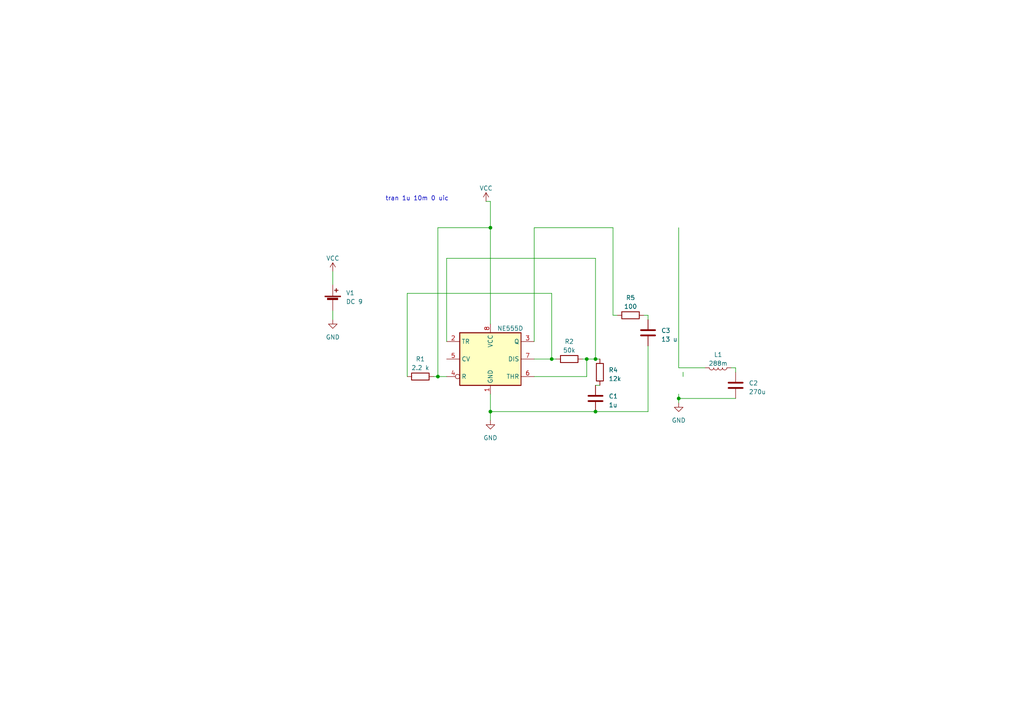
<source format=kicad_sch>
(kicad_sch (version 20230121) (generator eeschema)
  (paper "A4")
  (lib_symbols
    (symbol "Device:Battery_Cell" (pin_numbers hide) (pin_names (offset 0) hide)
      (property "Reference" "BT" (at 2.54 2.54 0))
      (property "Value" "Battery_Cell" (at 2.54 0 0))
      (symbol "Battery_Cell_0_1"
        (rectangle (start -2.286 1.778) (end 2.286 1.524) (fill (type outline)))
        (rectangle (start -1.5748 1.1938) (end 1.4732 0.6858) (fill (type outline)))
        (polyline (pts (xy 0 0.762) (xy 0 0)))
        (polyline (pts (xy 0 1.778) (xy 0 2.54)))
        (polyline (pts (xy 0.508 3.429) (xy 1.524 3.429)) (stroke (width 0.254)))
        (polyline (pts (xy 1.016 3.937) (xy 1.016 2.921)) (stroke (width 0.254)))
      )
      (symbol "Battery_Cell_1_1"
        (pin passive line (at 0 5.08 270) (length 2.54) (name "+") (number "1"))
        (pin passive line (at 0 -2.54 90) (length 2.54) (name "-") (number "2"))
      )
    )
    (symbol "Device:C" (pin_numbers hide) (pin_names (offset 0.254))
      (property "Reference" "C" (at 0.635 2.54 0))
      (property "Value" "C" (at 0.635 -2.54 0))
      (symbol "C_0_1"
        (polyline (pts (xy -2.032 -0.762) (xy 2.032 -0.762)) (stroke (width 0.508)))
        (polyline (pts (xy -2.032 0.762) (xy 2.032 0.762)) (stroke (width 0.508)))
      )
      (symbol "C_1_1"
        (pin passive line (at 0 3.81 270) (length 2.794) (name "~") (number "1"))
        (pin passive line (at 0 -3.81 90) (length 2.794) (name "~") (number "2"))
      )
    )
    (symbol "Device:L" (pin_numbers hide) (pin_names (offset 1.016) hide)
      (property "Reference" "L" (at -1.27 0 90))
      (property "Value" "L" (at 1.905 0 90))
      (symbol "L_0_1"
        (arc (start 0 -2.54) (mid 0.6323 -1.905) (end 0 -1.27))
        (arc (start 0 -1.27) (mid 0.6323 -0.635) (end 0 0))
        (arc (start 0 0) (mid 0.6323 0.635) (end 0 1.27))
        (arc (start 0 1.27) (mid 0.6323 1.905) (end 0 2.54))
      )
      (symbol "L_1_1"
        (pin passive line (at 0 3.81 270) (length 1.27) (name "1") (number "1"))
        (pin passive line (at 0 -3.81 90) (length 1.27) (name "2") (number "2"))
      )
    )
    (symbol "Device:R" (pin_numbers hide) (pin_names (offset 0))
      (property "Reference" "R" (at 2.032 0 90))
      (property "Value" "R" (at 0 0 90))
      (symbol "R_0_1"
        (rectangle (start -1.016 -2.54) (end 1.016 2.54) (stroke (width 0.254)))
      )
      (symbol "R_1_1"
        (pin passive line (at 0 3.81 270) (length 1.27) (name "~") (number "1"))
        (pin passive line (at 0 -3.81 90) (length 1.27) (name "~") (number "2"))
      )
    )
    (symbol "Timer:NE555D"
      (property "Reference" "U" (at -10.16 8.89 0))
      (property "Value" "NE555D" (at 2.54 8.89 0))
      (symbol "NE555D_0_0"
        (pin power_in line (at 0 -10.16 90) (length 2.54) (name "GND") (number "1"))
        (pin power_in line (at 0 10.16 270) (length 2.54) (name "VCC") (number "8"))
      )
      (symbol "NE555D_0_1"
        (rectangle (start -8.89 -7.62) (end 8.89 7.62) (stroke (width 0.254)) (fill (type background)))
        (rectangle (start -8.89 -7.62) (end 8.89 7.62) (stroke (width 0.254)) (fill (type background)))
      )
      (symbol "NE555D_1_1"
        (pin input line (at -12.7 5.08 0) (length 3.81) (name "TR") (number "2"))
        (pin output line (at 12.7 5.08 180) (length 3.81) (name "Q") (number "3"))
        (pin input inverted (at -12.7 -5.08 0) (length 3.81) (name "R") (number "4"))
        (pin input line (at -12.7 0 0) (length 3.81) (name "CV") (number "5"))
        (pin input line (at 12.7 -5.08 180) (length 3.81) (name "THR") (number "6"))
        (pin input line (at 12.7 0 180) (length 3.81) (name "DIS") (number "7"))
      )
    )
    (symbol "power:GND" (power) (pin_names (offset 0))
      (property "Value" "GND" (at 0 -3.81 0))
      (symbol "GND_0_1"
        (polyline (pts (xy 0 0) (xy 0 -1.27) (xy 1.27 -1.27) (xy 0 -2.54) (xy -1.27 -1.27) (xy 0 -1.27)))
      )
      (symbol "GND_1_1"
        (pin power_in line (at 0 0 270) (length 0) hide (name "GND") (number "1"))
      )
    )
    (symbol "power:VCC" (power) (pin_names (offset 0))
      (property "Value" "VCC" (at 0 3.81 0))
      (symbol "VCC_0_1"
        (polyline (pts (xy -0.762 1.27) (xy 0 2.54)))
        (polyline (pts (xy 0 0) (xy 0 2.54)))
        (polyline (pts (xy 0 2.54) (xy 0.762 1.27)))
      )
      (symbol "VCC_1_1"
        (pin power_in line (at 0 0 90) (length 0) hide (name "VCC") (number "1"))
      )
    )
  )
  (junction (at 160.02 104.14))
  (junction (at 172.72 104.14))
  (junction (at 127 109.22))
  (junction (at 142.24 119.38))
  (junction (at 172.72 119.38))
  (junction (at 170.18 104.14))
  (junction (at 142.24 66.04))
  (junction (at 196.85 115.57))
  (wire (pts (xy 198.12 107.95) (xy 198.12 109.22)))
  (wire (pts (xy 172.72 111.76) (xy 173.99 111.76)))
  (wire (pts (xy 170.18 104.14) (xy 172.72 104.14)))
  (wire (pts (xy 172.72 104.14) (xy 173.99 104.14)))
  (wire (pts (xy 177.8 91.44) (xy 179.07 91.44)))
  (wire (pts (xy 172.72 119.38) (xy 187.96 119.38)))
  (wire (pts (xy 187.96 100.33) (xy 187.96 119.38)))
  (wire (pts (xy 142.24 114.3) (xy 142.24 119.38)))
  (wire (pts (xy 177.8 66.04) (xy 177.8 91.44)))
  (wire (pts (xy 127 66.04) (xy 142.24 66.04)))
  (wire (pts (xy 154.94 66.04) (xy 177.8 66.04)))
  (wire (pts (xy 118.11 109.22) (xy 118.11 85.09)))
  (wire (pts (xy 160.02 85.09) (xy 160.02 104.14)))
  (wire (pts (xy 142.24 66.04) (xy 142.24 93.98)))
  (wire (pts (xy 125.73 109.22) (xy 127 109.22)))
  (wire (pts (xy 187.96 91.44) (xy 187.96 92.71)))
  (wire (pts (xy 127 109.22) (xy 129.54 109.22)))
  (wire (pts (xy 186.69 91.44) (xy 187.96 91.44)))
  (wire (pts (xy 142.24 119.38) (xy 142.24 121.92)))
  (wire (pts (xy 96.52 90.17) (xy 96.52 92.71)))
  (wire (pts (xy 142.24 58.42) (xy 142.24 66.04)))
  (wire (pts (xy 196.85 106.68) (xy 204.47 106.68)))
  (wire (pts (xy 127 109.22) (xy 127 66.04)))
  (wire (pts (xy 212.09 106.68) (xy 213.36 106.68)))
  (wire (pts (xy 129.54 74.93) (xy 172.72 74.93)))
  (wire (pts (xy 172.72 74.93) (xy 172.72 104.14)))
  (wire (pts (xy 142.24 58.42) (xy 140.97 58.42)))
  (wire (pts (xy 154.94 66.04) (xy 154.94 99.06)))
  (wire (pts (xy 154.94 109.22) (xy 170.18 109.22)))
  (wire (pts (xy 154.94 104.14) (xy 160.02 104.14)))
  (wire (pts (xy 196.85 115.57) (xy 213.36 115.57)))
  (wire (pts (xy 160.02 104.14) (xy 161.29 104.14)))
  (wire (pts (xy 213.36 106.68) (xy 213.36 107.95)))
  (wire (pts (xy 118.11 85.09) (xy 160.02 85.09)))
  (wire (pts (xy 129.54 99.06) (xy 129.54 74.93)))
  (wire (pts (xy 196.85 66.04) (xy 196.85 106.68)))
  (wire (pts (xy 170.18 109.22) (xy 170.18 104.14)))
  (wire (pts (xy 196.85 115.57) (xy 196.85 116.84)))
  (wire (pts (xy 168.91 104.14) (xy 170.18 104.14)))
  (wire (pts (xy 196.85 114.3) (xy 196.85 115.57)))
  (wire (pts (xy 96.52 78.74) (xy 96.52 82.55)))
  (wire (pts (xy 142.24 119.38) (xy 172.72 119.38)))
  (text "tran 1u 10m 0 uic" (at 111.76 58.42 0) (effects (font (size 1.27 1.27)) (justify left bottom)))
  (symbol (lib_id "Device:L") (at 208.28 106.68 270) (unit 1)
    (property "Reference" "L1" (at 208.28 102.87 90))
    (property "Value" "288m" (at 208.28 105.41 90))
  )
  (symbol (lib_id "Device:R") (at 173.99 107.95 0) (unit 1)
    (property "Reference" "R4" (at 176.53 107.315 0) (effects (justify left)))
    (property "Value" "12k" (at 176.53 109.855 0) (effects (justify left)))
    (property "Sim.Device" "R" (effects hide))
    (property "Sim.Pins" "1=+ 2=-" (effects hide))
  )
  (symbol (lib_id "Device:C") (at 187.96 96.52 0) (unit 1)
    (property "Reference" "C3" (at 191.77 95.885 0) (effects (justify left)))
    (property "Value" "13 u" (at 191.77 98.425 0) (effects (justify left)))
  )
  (symbol (lib_id "Device:C") (at 213.36 111.76 0) (unit 1)
    (property "Reference" "C2" (at 217.17 111.125 0) (effects (justify left)))
    (property "Value" "270u" (at 217.17 113.665 0) (effects (justify left)))
    (property "Sim.Device" "C" (effects hide))
    (property "Sim.Pins" "1=+ 2=-" (effects hide))
  )
  (symbol (lib_id "power:GND") (at 142.24 121.92 0) (unit 1)
    (property "Reference" "#PWR01" (effects hide))
    (property "Value" "GND" (at 142.24 127 0))
  )
  (symbol (lib_id "power:VCC") (at 140.97 58.42 0) (unit 1)
    (property "Reference" "#PWR03" (effects hide))
    (property "Value" "VCC" (at 140.97 54.61 0))
  )
  (symbol (lib_id "Device:Battery_Cell") (at 96.52 87.63 0) (unit 1)
    (property "Reference" "V1" (at 100.33 84.963 0) (effects (justify left)))
    (property "Value" "DC 9" (at 100.33 87.503 0) (effects (justify left)))
  )
  (symbol (lib_id "Device:R") (at 182.88 91.44 270) (unit 1)
    (property "Reference" "R5" (at 182.88 86.36 90))
    (property "Value" "100" (at 182.88 88.9 90))
  )
  (symbol (lib_id "power:GND") (at 96.52 92.71 0) (unit 1)
    (property "Reference" "#PWR04" (effects hide))
    (property "Value" "GND" (at 96.52 97.79 0))
  )
  (symbol (lib_id "power:GND") (at 196.85 116.84 0) (unit 1)
    (property "Reference" "#PWR02" (effects hide))
    (property "Value" "GND" (at 196.85 121.92 0))
  )
  (symbol (lib_id "Device:R") (at 165.1 104.14 90) (unit 1)
    (property "Reference" "R2" (at 165.1 99.06 90))
    (property "Value" "50k" (at 165.1 101.6 90))
    (property "Sim.Device" "R" (effects hide))
    (property "Sim.Pins" "1=+ 2=-" (effects hide))
  )
  (symbol (lib_id "Device:C") (at 172.72 115.57 0) (unit 1)
    (property "Reference" "C1" (at 176.53 114.935 0) (effects (justify left)))
    (property "Value" "1u" (at 176.53 117.475 0) (effects (justify left)))
    (property "Sim.Device" "C" (effects hide))
    (property "Sim.Pins" "1=+ 2=-" (effects hide))
  )
  (symbol (lib_id "Timer:NE555D") (at 142.24 104.14 0) (unit 1)
    (property "Reference" "U1" (effects hide))
    (property "Value" "NE555D" (at 144.1959 95.25 0) (effects (justify left)))
    (property "Footprint" "Package_SO:SOIC-8_3.9x4.9mm_P1.27mm" (effects hide))
    (property "Datasheet" "http://www.ti.com/lit/ds/symlink/ne555.pdf" (effects hide))
    (property "Sim.Name" "NE555" (effects hide))
    (property "Sim.Library" "/Users/soumojitbhattacharya/Downloads/NE555.lib" (effects hide))
    (property "Sim.Device" "SUBCKT" (effects hide))
    (property "Sim.Pins" "1=1 2=2 3=3 4=4 5=5 6=6 7=7 8=8" (effects hide))
  )
  (symbol (lib_id "Device:R") (at 121.92 109.22 270) (unit 1)
    (property "Reference" "R1" (at 121.92 104.14 90))
    (property "Value" "2.2 k" (at 121.92 106.68 90))
    (property "Sim.Device" "R" (effects hide))
    (property "Sim.Pins" "1=+ 2=-" (effects hide))
  )
  (symbol (lib_id "power:VCC") (at 96.52 78.74 0) (unit 1)
    (property "Reference" "#PWR05" (effects hide))
    (property "Value" "VCC" (at 96.52 74.93 0))
  )
)
</source>
